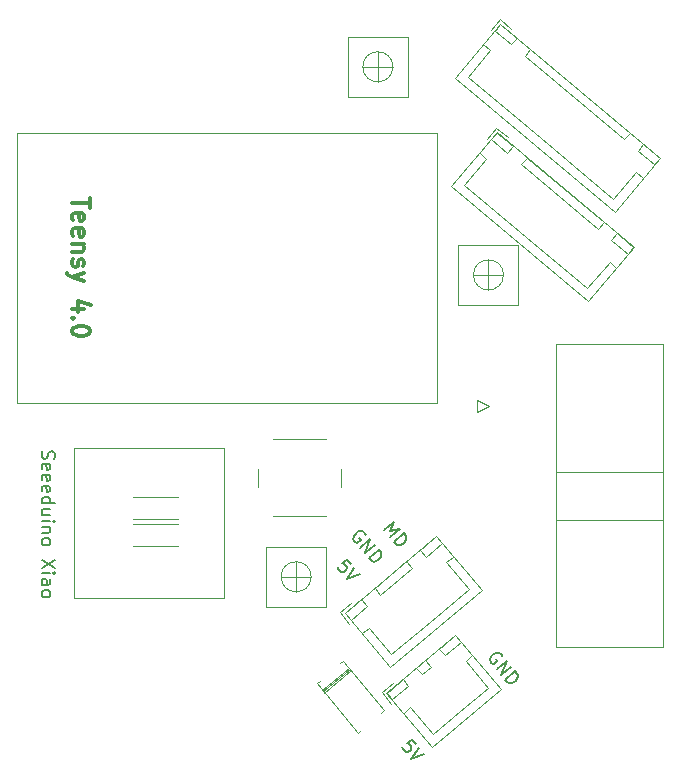
<source format=gbr>
%TF.GenerationSoftware,KiCad,Pcbnew,(6.0.11)*%
%TF.CreationDate,2023-10-13T17:07:18+09:00*%
%TF.ProjectId,main_board,6d61696e-5f62-46f6-9172-642e6b696361,rev?*%
%TF.SameCoordinates,Original*%
%TF.FileFunction,Legend,Top*%
%TF.FilePolarity,Positive*%
%FSLAX46Y46*%
G04 Gerber Fmt 4.6, Leading zero omitted, Abs format (unit mm)*
G04 Created by KiCad (PCBNEW (6.0.11)) date 2023-10-13 17:07:18*
%MOMM*%
%LPD*%
G01*
G04 APERTURE LIST*
%ADD10C,0.200000*%
%ADD11C,0.300000*%
%ADD12C,0.120000*%
G04 APERTURE END LIST*
D10*
X161489771Y-127722292D02*
X161153073Y-127321031D01*
X160718141Y-127617603D01*
X160791937Y-127624059D01*
X160899403Y-127670641D01*
X161067752Y-127871272D01*
X161094966Y-127985194D01*
X161088509Y-128058990D01*
X161041927Y-128166456D01*
X160841296Y-128334805D01*
X160727374Y-128362019D01*
X160653578Y-128355562D01*
X160546112Y-128308980D01*
X160377763Y-128108349D01*
X160350550Y-127994427D01*
X160357006Y-127920631D01*
X161725460Y-128003175D02*
X161118499Y-128991124D01*
X162196837Y-128564941D01*
D11*
X133917428Y-81447428D02*
X133917428Y-82304571D01*
X132417428Y-81876000D02*
X133917428Y-81876000D01*
X132488857Y-83376000D02*
X132417428Y-83233142D01*
X132417428Y-82947428D01*
X132488857Y-82804571D01*
X132631714Y-82733142D01*
X133203142Y-82733142D01*
X133346000Y-82804571D01*
X133417428Y-82947428D01*
X133417428Y-83233142D01*
X133346000Y-83376000D01*
X133203142Y-83447428D01*
X133060285Y-83447428D01*
X132917428Y-82733142D01*
X132488857Y-84661714D02*
X132417428Y-84518857D01*
X132417428Y-84233142D01*
X132488857Y-84090285D01*
X132631714Y-84018857D01*
X133203142Y-84018857D01*
X133346000Y-84090285D01*
X133417428Y-84233142D01*
X133417428Y-84518857D01*
X133346000Y-84661714D01*
X133203142Y-84733142D01*
X133060285Y-84733142D01*
X132917428Y-84018857D01*
X133417428Y-85376000D02*
X132417428Y-85376000D01*
X133274571Y-85376000D02*
X133346000Y-85447428D01*
X133417428Y-85590285D01*
X133417428Y-85804571D01*
X133346000Y-85947428D01*
X133203142Y-86018857D01*
X132417428Y-86018857D01*
X132488857Y-86661714D02*
X132417428Y-86804571D01*
X132417428Y-87090285D01*
X132488857Y-87233142D01*
X132631714Y-87304571D01*
X132703142Y-87304571D01*
X132846000Y-87233142D01*
X132917428Y-87090285D01*
X132917428Y-86876000D01*
X132988857Y-86733142D01*
X133131714Y-86661714D01*
X133203142Y-86661714D01*
X133346000Y-86733142D01*
X133417428Y-86876000D01*
X133417428Y-87090285D01*
X133346000Y-87233142D01*
X133417428Y-87804571D02*
X132417428Y-88161714D01*
X133417428Y-88518857D02*
X132417428Y-88161714D01*
X132060285Y-88018857D01*
X131988857Y-87947428D01*
X131917428Y-87804571D01*
X133417428Y-90876000D02*
X132417428Y-90876000D01*
X133988857Y-90518857D02*
X132917428Y-90161714D01*
X132917428Y-91090285D01*
X132560285Y-91661714D02*
X132488857Y-91733142D01*
X132417428Y-91661714D01*
X132488857Y-91590285D01*
X132560285Y-91661714D01*
X132417428Y-91661714D01*
X133917428Y-92661714D02*
X133917428Y-92804571D01*
X133846000Y-92947428D01*
X133774571Y-93018857D01*
X133631714Y-93090285D01*
X133346000Y-93161714D01*
X132988857Y-93161714D01*
X132703142Y-93090285D01*
X132560285Y-93018857D01*
X132488857Y-92947428D01*
X132417428Y-92804571D01*
X132417428Y-92661714D01*
X132488857Y-92518857D01*
X132560285Y-92447428D01*
X132703142Y-92376000D01*
X132988857Y-92304571D01*
X133346000Y-92304571D01*
X133631714Y-92376000D01*
X133774571Y-92447428D01*
X133846000Y-92518857D01*
X133917428Y-92661714D01*
D10*
X158795579Y-109599655D02*
X159638228Y-108892589D01*
X159272025Y-109678519D01*
X160109606Y-109454355D01*
X159266957Y-110161421D01*
X159603655Y-110562683D02*
X160446304Y-109855616D01*
X160614653Y-110056247D01*
X160675536Y-110210295D01*
X160662624Y-110357887D01*
X160616041Y-110465353D01*
X160489207Y-110640158D01*
X160368828Y-110741168D01*
X160174654Y-110835721D01*
X160060732Y-110862935D01*
X159913140Y-110850022D01*
X159772004Y-110763313D01*
X159603655Y-110562683D01*
X168792607Y-120289448D02*
X168765393Y-120175526D01*
X168664384Y-120055148D01*
X168523248Y-119968439D01*
X168375656Y-119955526D01*
X168261734Y-119982740D01*
X168067560Y-120077293D01*
X167947181Y-120178303D01*
X167820347Y-120353108D01*
X167773764Y-120460574D01*
X167760851Y-120608166D01*
X167821735Y-120762214D01*
X167889074Y-120842466D01*
X168030210Y-120929175D01*
X168104006Y-120935631D01*
X168384889Y-120699942D01*
X168250210Y-120539438D01*
X168326782Y-121364106D02*
X169169431Y-120657040D01*
X168730820Y-121845620D01*
X169573469Y-121138553D01*
X169067518Y-122246881D02*
X169910167Y-121539815D01*
X170078516Y-121740445D01*
X170139400Y-121894494D01*
X170126487Y-122042086D01*
X170079905Y-122149551D01*
X169953070Y-122324357D01*
X169832692Y-122425366D01*
X169638517Y-122519919D01*
X169524595Y-122547133D01*
X169377003Y-122534220D01*
X169235868Y-122447512D01*
X169067518Y-122246881D01*
X157235607Y-110002448D02*
X157208393Y-109888526D01*
X157107384Y-109768148D01*
X156966248Y-109681439D01*
X156818656Y-109668526D01*
X156704734Y-109695740D01*
X156510560Y-109790293D01*
X156390181Y-109891303D01*
X156263347Y-110066108D01*
X156216764Y-110173574D01*
X156203851Y-110321166D01*
X156264735Y-110475214D01*
X156332074Y-110555466D01*
X156473210Y-110642175D01*
X156547006Y-110648631D01*
X156827889Y-110412942D01*
X156693210Y-110252438D01*
X156769782Y-111077106D02*
X157612431Y-110370040D01*
X157173820Y-111558620D01*
X158016469Y-110851553D01*
X157510518Y-111959881D02*
X158353167Y-111252815D01*
X158521516Y-111453445D01*
X158582400Y-111607494D01*
X158569487Y-111755086D01*
X158522905Y-111862551D01*
X158396070Y-112037357D01*
X158275692Y-112138366D01*
X158081517Y-112232919D01*
X157967595Y-112260133D01*
X157820003Y-112247220D01*
X157678868Y-112160512D01*
X157510518Y-111959881D01*
X156028771Y-112482292D02*
X155692073Y-112081031D01*
X155257141Y-112377603D01*
X155330937Y-112384059D01*
X155438403Y-112430641D01*
X155606752Y-112631272D01*
X155633966Y-112745194D01*
X155627509Y-112818990D01*
X155580927Y-112926456D01*
X155380296Y-113094805D01*
X155266374Y-113122019D01*
X155192578Y-113115562D01*
X155085112Y-113068980D01*
X154916763Y-112868349D01*
X154889550Y-112754427D01*
X154896006Y-112680631D01*
X156264460Y-112763175D02*
X155657499Y-113751124D01*
X156735837Y-113324941D01*
X129856761Y-102912047D02*
X129804380Y-103069190D01*
X129804380Y-103331095D01*
X129856761Y-103435857D01*
X129909142Y-103488238D01*
X130013904Y-103540619D01*
X130118666Y-103540619D01*
X130223428Y-103488238D01*
X130275809Y-103435857D01*
X130328190Y-103331095D01*
X130380571Y-103121571D01*
X130432952Y-103016809D01*
X130485333Y-102964428D01*
X130590095Y-102912047D01*
X130694857Y-102912047D01*
X130799619Y-102964428D01*
X130852000Y-103016809D01*
X130904380Y-103121571D01*
X130904380Y-103383476D01*
X130852000Y-103540619D01*
X129856761Y-104431095D02*
X129804380Y-104326333D01*
X129804380Y-104116809D01*
X129856761Y-104012047D01*
X129961523Y-103959666D01*
X130380571Y-103959666D01*
X130485333Y-104012047D01*
X130537714Y-104116809D01*
X130537714Y-104326333D01*
X130485333Y-104431095D01*
X130380571Y-104483476D01*
X130275809Y-104483476D01*
X130171047Y-103959666D01*
X129856761Y-105373952D02*
X129804380Y-105269190D01*
X129804380Y-105059666D01*
X129856761Y-104954904D01*
X129961523Y-104902523D01*
X130380571Y-104902523D01*
X130485333Y-104954904D01*
X130537714Y-105059666D01*
X130537714Y-105269190D01*
X130485333Y-105373952D01*
X130380571Y-105426333D01*
X130275809Y-105426333D01*
X130171047Y-104902523D01*
X129856761Y-106316809D02*
X129804380Y-106212047D01*
X129804380Y-106002523D01*
X129856761Y-105897761D01*
X129961523Y-105845380D01*
X130380571Y-105845380D01*
X130485333Y-105897761D01*
X130537714Y-106002523D01*
X130537714Y-106212047D01*
X130485333Y-106316809D01*
X130380571Y-106369190D01*
X130275809Y-106369190D01*
X130171047Y-105845380D01*
X129804380Y-107312047D02*
X130904380Y-107312047D01*
X129856761Y-107312047D02*
X129804380Y-107207285D01*
X129804380Y-106997761D01*
X129856761Y-106893000D01*
X129909142Y-106840619D01*
X130013904Y-106788238D01*
X130328190Y-106788238D01*
X130432952Y-106840619D01*
X130485333Y-106893000D01*
X130537714Y-106997761D01*
X130537714Y-107207285D01*
X130485333Y-107312047D01*
X130537714Y-108307285D02*
X129804380Y-108307285D01*
X130537714Y-107835857D02*
X129961523Y-107835857D01*
X129856761Y-107888238D01*
X129804380Y-107993000D01*
X129804380Y-108150142D01*
X129856761Y-108254904D01*
X129909142Y-108307285D01*
X129804380Y-108831095D02*
X130537714Y-108831095D01*
X130904380Y-108831095D02*
X130852000Y-108778714D01*
X130799619Y-108831095D01*
X130852000Y-108883476D01*
X130904380Y-108831095D01*
X130799619Y-108831095D01*
X130537714Y-109354904D02*
X129804380Y-109354904D01*
X130432952Y-109354904D02*
X130485333Y-109407285D01*
X130537714Y-109512047D01*
X130537714Y-109669190D01*
X130485333Y-109773952D01*
X130380571Y-109826333D01*
X129804380Y-109826333D01*
X129804380Y-110507285D02*
X129856761Y-110402523D01*
X129909142Y-110350142D01*
X130013904Y-110297761D01*
X130328190Y-110297761D01*
X130432952Y-110350142D01*
X130485333Y-110402523D01*
X130537714Y-110507285D01*
X130537714Y-110664428D01*
X130485333Y-110769190D01*
X130432952Y-110821571D01*
X130328190Y-110873952D01*
X130013904Y-110873952D01*
X129909142Y-110821571D01*
X129856761Y-110769190D01*
X129804380Y-110664428D01*
X129804380Y-110507285D01*
X130904380Y-112078714D02*
X129804380Y-112812047D01*
X130904380Y-112812047D02*
X129804380Y-112078714D01*
X129804380Y-113231095D02*
X130537714Y-113231095D01*
X130904380Y-113231095D02*
X130852000Y-113178714D01*
X130799619Y-113231095D01*
X130852000Y-113283476D01*
X130904380Y-113231095D01*
X130799619Y-113231095D01*
X129804380Y-114226333D02*
X130380571Y-114226333D01*
X130485333Y-114173952D01*
X130537714Y-114069190D01*
X130537714Y-113859666D01*
X130485333Y-113754904D01*
X129856761Y-114226333D02*
X129804380Y-114121571D01*
X129804380Y-113859666D01*
X129856761Y-113754904D01*
X129961523Y-113702523D01*
X130066285Y-113702523D01*
X130171047Y-113754904D01*
X130223428Y-113859666D01*
X130223428Y-114121571D01*
X130275809Y-114226333D01*
X129804380Y-114907285D02*
X129856761Y-114802523D01*
X129909142Y-114750142D01*
X130013904Y-114697761D01*
X130328190Y-114697761D01*
X130432952Y-114750142D01*
X130485333Y-114802523D01*
X130537714Y-114907285D01*
X130537714Y-115064428D01*
X130485333Y-115169190D01*
X130432952Y-115221571D01*
X130328190Y-115273952D01*
X130013904Y-115273952D01*
X129909142Y-115221571D01*
X129856761Y-115169190D01*
X129804380Y-115064428D01*
X129804380Y-114907285D01*
D12*
%TO.C,J4*%
X182444500Y-119510000D02*
X173324500Y-119510000D01*
X182444500Y-93850000D02*
X182444500Y-119510000D01*
X167704500Y-99060000D02*
X166704500Y-98560000D01*
X173324500Y-108730000D02*
X182444500Y-108730000D01*
X166704500Y-99560000D02*
X167704500Y-99060000D01*
X173324500Y-104630000D02*
X182444500Y-104630000D01*
X173324500Y-93850000D02*
X182444500Y-93850000D01*
X173324500Y-119510000D02*
X173324500Y-93850000D01*
X166704500Y-98560000D02*
X166704500Y-99560000D01*
%TO.C,D1*%
X155912213Y-121358902D02*
X153660042Y-123248697D01*
X155080909Y-120881582D02*
X155333704Y-120669462D01*
X155989347Y-121450827D02*
X153737177Y-123340623D01*
X153334328Y-122347137D02*
X153081533Y-122559257D01*
X155333704Y-120669462D02*
X158830468Y-124836743D01*
X153081533Y-122559257D02*
X156578298Y-126726539D01*
X156578298Y-126726539D02*
X156831092Y-126514419D01*
X155835078Y-121266976D02*
X153582907Y-123156772D01*
X158830468Y-124836743D02*
X158577674Y-125048863D01*
%TO.C,J3*%
X177379983Y-83510866D02*
X170868605Y-78047171D01*
X176897892Y-84085399D02*
X177379983Y-83510866D01*
X169261237Y-76306807D02*
X168303681Y-75503322D01*
X168340658Y-75925972D02*
X167858568Y-76500505D01*
X177887124Y-86873574D02*
X175990901Y-89133405D01*
X178046959Y-85049580D02*
X179425839Y-86206598D01*
X176084576Y-90204117D02*
X179922018Y-85630832D01*
X167858568Y-76500505D02*
X169237448Y-77657523D01*
X179907929Y-85632065D02*
X178529049Y-84475047D01*
X169719538Y-77082989D02*
X168340658Y-75925972D01*
X179425839Y-86206598D02*
X179907929Y-85632065D01*
X179922018Y-85630832D02*
X168339426Y-75911883D01*
X168339426Y-75911883D02*
X164501984Y-80485169D01*
X166894386Y-77649572D02*
X167468920Y-78131662D01*
X175990901Y-89133405D02*
X170781798Y-84762449D01*
X170868605Y-78047171D02*
X170386514Y-78621704D01*
X165572696Y-80391494D02*
X170781798Y-84762449D01*
X169237448Y-77657523D02*
X169719538Y-77082989D01*
X168303681Y-75503322D02*
X167500197Y-76460878D01*
X164501984Y-80485169D02*
X176084576Y-90204117D01*
X167468920Y-78131662D02*
X165572696Y-80391494D01*
X178461657Y-87355665D02*
X177887124Y-86873574D01*
X170386514Y-78621704D02*
X176897892Y-84085399D01*
X178529049Y-84475047D02*
X178046959Y-85049580D01*
%TO.C,R1*%
X167640000Y-86709000D02*
X167640000Y-89249000D01*
X166370000Y-87979000D02*
X168910000Y-87979000D01*
X167640000Y-87979000D02*
X167640000Y-86709000D01*
X165100000Y-85439000D02*
X170180000Y-85439000D01*
X170180000Y-85439000D02*
X170180000Y-90519000D01*
X170180000Y-90519000D02*
X165100000Y-90519000D01*
X165100000Y-90519000D02*
X165100000Y-85439000D01*
X168910000Y-87979000D02*
G75*
G03*
X168910000Y-87979000I-1270000J0D01*
G01*
%TO.C,J5*%
X168616125Y-66317837D02*
X167812641Y-67275393D01*
X168653102Y-66740487D02*
X168171012Y-67315020D01*
X179125447Y-76506883D02*
X179607538Y-75932350D01*
X169549892Y-68472038D02*
X170031982Y-67897504D01*
X170698958Y-69436219D02*
X179125447Y-76506883D01*
X167781364Y-68946177D02*
X165885140Y-71206009D01*
X171181049Y-68861686D02*
X170698958Y-69436219D01*
X180756605Y-76896531D02*
X180274514Y-77471064D01*
X169573681Y-67121322D02*
X168616125Y-66317837D01*
X180114679Y-79295058D02*
X178218456Y-81554889D01*
X164814428Y-71299684D02*
X178312131Y-82625601D01*
X182149573Y-78052316D02*
X168651870Y-66726398D01*
X178218456Y-81554889D02*
X172051798Y-76380449D01*
X170031982Y-67897504D02*
X168653102Y-66740487D01*
X179607538Y-75932350D02*
X171181049Y-68861686D01*
X168651870Y-66726398D02*
X164814428Y-71299684D01*
X178312131Y-82625601D02*
X182149573Y-78052316D01*
X180689212Y-79777149D02*
X180114679Y-79295058D01*
X182135485Y-78053549D02*
X180756605Y-76896531D01*
X181653394Y-78628082D02*
X182135485Y-78053549D01*
X180274514Y-77471064D02*
X181653394Y-78628082D01*
X168171012Y-67315020D02*
X169549892Y-68472038D01*
X167206830Y-68464087D02*
X167781364Y-68946177D01*
X165885140Y-71206009D02*
X172051798Y-76380449D01*
%TO.C,J2*%
X163214038Y-110096056D02*
X155461669Y-116601067D01*
X158003704Y-114481100D02*
X158485794Y-115055634D01*
X162316017Y-111841696D02*
X163694897Y-110684678D01*
X167051480Y-114669342D02*
X163214038Y-110096056D01*
X156010663Y-115761838D02*
X155053107Y-116565322D01*
X158485794Y-115055634D02*
X161166950Y-112805877D01*
X156922029Y-118325900D02*
X157496562Y-117843809D01*
X161166950Y-112805877D02*
X160684859Y-112231344D01*
X164659078Y-111833745D02*
X164084545Y-112315835D01*
X156854637Y-115445282D02*
X155475757Y-116602300D01*
X159299111Y-121174352D02*
X167051480Y-114669342D01*
X163694897Y-110684678D02*
X163212806Y-110110145D01*
X155957848Y-117176833D02*
X157336728Y-116019815D01*
X157336728Y-116019815D02*
X156854637Y-115445282D01*
X157496562Y-117843809D02*
X159392786Y-120103640D01*
X155053107Y-116565322D02*
X155856592Y-117522878D01*
X165980768Y-114575666D02*
X162686777Y-117339653D01*
X155475757Y-116602300D02*
X155957848Y-117176833D01*
X160684859Y-112231344D02*
X158003704Y-114481100D01*
X163212806Y-110110145D02*
X161833926Y-111267162D01*
X155461669Y-116601067D02*
X159299111Y-121174352D01*
X159392786Y-120103640D02*
X162686777Y-117339653D01*
X161833926Y-111267162D02*
X162316017Y-111841696D01*
X164084545Y-112315835D02*
X165980768Y-114575666D01*
%TO.C,J1*%
X162923767Y-126854951D02*
X165260202Y-124894449D01*
X165700415Y-120674115D02*
X167596638Y-122933946D01*
X162016775Y-121806945D02*
X162782820Y-121164157D01*
X161027543Y-124595120D02*
X162923767Y-126854951D01*
X164829908Y-118454336D02*
X158992650Y-123352378D01*
X160453010Y-125077211D02*
X161027543Y-124595120D01*
X162830092Y-127925663D02*
X168667350Y-123027622D01*
X158584088Y-123316633D02*
X159387573Y-124274189D01*
X162782820Y-121164157D02*
X162300729Y-120589624D01*
X159541644Y-122513149D02*
X158584088Y-123316633D01*
X159006738Y-123353611D02*
X159488829Y-123928144D01*
X164828676Y-118468425D02*
X163449796Y-119625442D01*
X163931887Y-120199976D02*
X165310767Y-119042958D01*
X163449796Y-119625442D02*
X163931887Y-120199976D01*
X168667350Y-123027622D02*
X164829908Y-118454336D01*
X159488829Y-123928144D02*
X160867709Y-122771126D01*
X158992650Y-123352378D02*
X162830092Y-127925663D01*
X167596638Y-122933946D02*
X165260202Y-124894449D01*
X160385618Y-122196593D02*
X159006738Y-123353611D01*
X165310767Y-119042958D02*
X164828676Y-118468425D01*
X166274948Y-120192025D02*
X165700415Y-120674115D01*
X162300729Y-120589624D02*
X161534685Y-121232411D01*
X161534685Y-121232411D02*
X162016775Y-121806945D01*
X160867709Y-122771126D02*
X160385618Y-122196593D01*
%TO.C,R2*%
X159544000Y-70358000D02*
X157004000Y-70358000D01*
X158274000Y-70358000D02*
X159544000Y-70358000D01*
X158274000Y-69088000D02*
X158274000Y-71628000D01*
X160814000Y-67818000D02*
X155734000Y-67818000D01*
X155734000Y-67818000D02*
X155734000Y-72898000D01*
X155734000Y-72898000D02*
X160814000Y-72898000D01*
X160814000Y-72898000D02*
X160814000Y-67818000D01*
X159544000Y-70358000D02*
G75*
G03*
X159544000Y-70358000I-1270000J0D01*
G01*
%TO.C,R4*%
X137526000Y-106776000D02*
X141366000Y-106776000D01*
X137526000Y-108616000D02*
X141366000Y-108616000D01*
%TO.C,U3*%
X132588000Y-115316000D02*
X145288000Y-115316000D01*
X145288000Y-115316000D02*
X145288000Y-102616000D01*
X145288000Y-102616000D02*
X132588000Y-102616000D01*
X132588000Y-102616000D02*
X132588000Y-115316000D01*
%TO.C,U1*%
X127714000Y-98806000D02*
X163274000Y-98806000D01*
X127714000Y-75946000D02*
X127714000Y-98806000D01*
X163274000Y-98806000D02*
X163274000Y-75946000D01*
X163274000Y-75946000D02*
X127714000Y-75946000D01*
%TO.C,R3*%
X137526000Y-110902000D02*
X141366000Y-110902000D01*
X137526000Y-109062000D02*
X141366000Y-109062000D01*
%TO.C,RV1*%
X151352000Y-114808000D02*
X151352000Y-112268000D01*
X150082000Y-113538000D02*
X152622000Y-113538000D01*
X151352000Y-113538000D02*
X150082000Y-113538000D01*
X148812000Y-116078000D02*
X153892000Y-116078000D01*
X153892000Y-116078000D02*
X153892000Y-110998000D01*
X153892000Y-110998000D02*
X148812000Y-110998000D01*
X148812000Y-110998000D02*
X148812000Y-116078000D01*
X152622000Y-113538000D02*
G75*
G03*
X152622000Y-113538000I-1270000J0D01*
G01*
%TO.C,SW1*%
X148138000Y-104406000D02*
X148138000Y-105906000D01*
X149388000Y-108406000D02*
X153888000Y-108406000D01*
X155138000Y-105906000D02*
X155138000Y-104406000D01*
X153888000Y-101906000D02*
X149388000Y-101906000D01*
%TD*%
M02*

</source>
